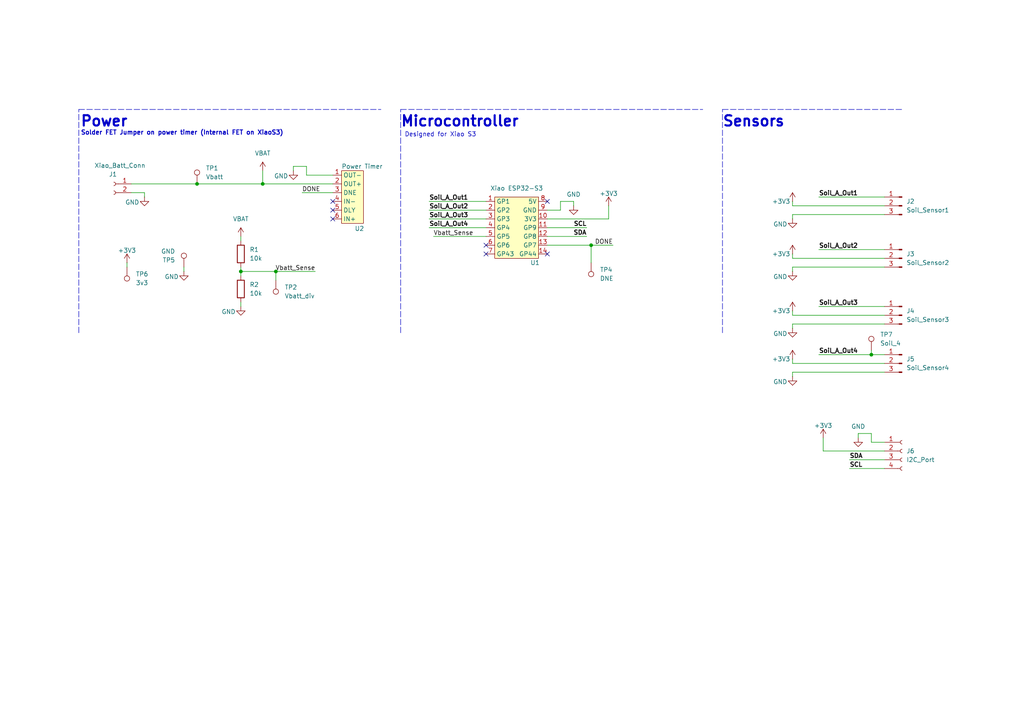
<source format=kicad_sch>
(kicad_sch (version 20231120) (generator "eeschema") (generator_version "8.0")
  (paper "A4")
  (title_block (title "PlantPulse Node") (date "2024-05-06") (rev "V20") (company "Liam Howell"))
  (lib_symbols
    (symbol "Connector:Conn_01x02_Socket" (pin_names (offset 1.016) hide)
      (property "Reference" "J" (at 0 2.54 0))
      (property "Value" "Conn_01x02_Socket" (at 0 -5.08 0))
      (symbol "Conn_01x02_Socket_1_1"
        (arc (start 0 -2.032) (mid -0.5058 -2.54) (end 0 -3.048) (stroke (width 0.1524)))
        (polyline (pts (xy -1.27 -2.54) (xy -0.508 -2.54)) (stroke (width 0.1524)))
        (polyline (pts (xy -1.27 0) (xy -0.508 0)) (stroke (width 0.1524)))
        (arc (start 0 0.508) (mid -0.5058 0) (end 0 -0.508) (stroke (width 0.1524)))
        (pin passive line (at -5.08 0 0) (length 3.81) (name "Pin_1") (number "1"))
        (pin passive line (at -5.08 -2.54 0) (length 3.81) (name "Pin_2") (number "2"))
      )
    )
    (symbol "Connector:Conn_01x03_Pin" (pin_names (offset 1.016) hide)
      (property "Reference" "J" (at 0 5.08 0))
      (property "Value" "Conn_01x03_Pin" (at 0 -5.08 0))
      (symbol "Conn_01x03_Pin_1_1"
        (polyline (pts (xy 1.27 -2.54) (xy 0.8636 -2.54)) (stroke (width 0.1524)))
        (polyline (pts (xy 1.27 0) (xy 0.8636 0)) (stroke (width 0.1524)))
        (polyline (pts (xy 1.27 2.54) (xy 0.8636 2.54)) (stroke (width 0.1524)))
        (rectangle (start 0.8636 -2.413) (end 0 -2.667) (stroke (width 0.1524)) (fill (type outline)))
        (rectangle (start 0.8636 0.127) (end 0 -0.127) (stroke (width 0.1524)) (fill (type outline)))
        (rectangle (start 0.8636 2.667) (end 0 2.413) (stroke (width 0.1524)) (fill (type outline)))
        (pin passive line (at 5.08 2.54 180) (length 3.81) (name "Pin_1") (number "1"))
        (pin passive line (at 5.08 0 180) (length 3.81) (name "Pin_2") (number "2"))
        (pin passive line (at 5.08 -2.54 180) (length 3.81) (name "Pin_3") (number "3"))
      )
    )
    (symbol "Connector:Conn_01x04_Socket" (pin_names (offset 1.016) hide)
      (property "Reference" "J" (at 0 5.08 0))
      (property "Value" "Conn_01x04_Socket" (at 0 -7.62 0))
      (symbol "Conn_01x04_Socket_1_1"
        (arc (start 0 -4.572) (mid -0.5058 -5.08) (end 0 -5.588) (stroke (width 0.1524)))
        (arc (start 0 -2.032) (mid -0.5058 -2.54) (end 0 -3.048) (stroke (width 0.1524)))
        (polyline (pts (xy -1.27 -5.08) (xy -0.508 -5.08)) (stroke (width 0.1524)))
        (polyline (pts (xy -1.27 -2.54) (xy -0.508 -2.54)) (stroke (width 0.1524)))
        (polyline (pts (xy -1.27 0) (xy -0.508 0)) (stroke (width 0.1524)))
        (polyline (pts (xy -1.27 2.54) (xy -0.508 2.54)) (stroke (width 0.1524)))
        (arc (start 0 0.508) (mid -0.5058 0) (end 0 -0.508) (stroke (width 0.1524)))
        (arc (start 0 3.048) (mid -0.5058 2.54) (end 0 2.032) (stroke (width 0.1524)))
        (pin passive line (at -5.08 2.54 0) (length 3.81) (name "Pin_1") (number "1"))
        (pin passive line (at -5.08 0 0) (length 3.81) (name "Pin_2") (number "2"))
        (pin passive line (at -5.08 -2.54 0) (length 3.81) (name "Pin_3") (number "3"))
        (pin passive line (at -5.08 -5.08 0) (length 3.81) (name "Pin_4") (number "4"))
      )
    )
    (symbol "Connector:TestPoint" (pin_numbers hide) (pin_names (offset 0.762) hide)
      (property "Reference" "TP" (at 0 6.858 0))
      (property "Value" "TestPoint" (at 0 5.08 0))
      (symbol "TestPoint_0_1"
        (circle (center 0 3.302) (radius 0.762))
      )
      (symbol "TestPoint_1_1"
        (pin passive line (at 0 0 90) (length 2.54) (name "1") (number "1"))
      )
    )
    (symbol "CoreElectronics_Power-Symbols:VBAT" (power) (pin_names (offset 0))
      (property "Value" "VBAT" (at 0 3.81 0))
      (symbol "VBAT_0_1"
        (polyline (pts (xy -0.762 1.27) (xy 0 2.54)))
        (polyline (pts (xy 0 0) (xy 0 2.54)))
        (polyline (pts (xy 0 2.54) (xy 0.762 1.27)))
      )
      (symbol "VBAT_1_1"
        (pin power_in line (at 0 0 90) (length 0) hide (name "VBAT") (number "1"))
      )
    )
    (symbol "Device:R" (pin_numbers hide) (pin_names (offset 0))
      (property "Reference" "R" (at 2.032 0 90))
      (property "Value" "R" (at 0 0 90))
      (symbol "R_0_1"
        (rectangle (start -1.016 -2.54) (end 1.016 2.54) (stroke (width 0.254)))
      )
      (symbol "R_1_1"
        (pin passive line (at 0 3.81 270) (length 1.27) (name "~") (number "1"))
        (pin passive line (at 0 -3.81 90) (length 1.27) (name "~") (number "2"))
      )
    )
    (symbol "Liam_Generic_symbols:Nano_Power_Timer"
      (property "Reference" "U" (at 0.762 1.016 0))
      (symbol "Nano_Power_Timer_1_1"
        (rectangle (start 0 0) (end 6.35 -15.24) (fill (type background)))
        (pin power_out line (at -2.54 -1.27 0) (length 2.54) (name "OUT-") (number "1"))
        (pin power_out line (at -2.54 -3.81 0) (length 2.54) (name "OUT+") (number "2"))
        (pin input line (at -2.54 -6.35 0) (length 2.54) (name "DNE") (number "3"))
        (pin power_out line (at -2.54 -8.89 0) (length 2.54) (name "IN-") (number "4"))
        (pin input line (at -2.54 -11.43 0) (length 2.54) (name "DLY") (number "5"))
        (pin power_out line (at -2.54 -13.97 0) (length 2.54) (name "IN+") (number "6"))
      )
    )
    (symbol "Liam_Generic_symbols:Xiao_X3_w/_Batt"
      (property "Reference" "U" (at 0.762 1.016 0))
      (symbol "Xiao_X3_w/_Batt_1_1"
        (rectangle (start 0 0) (end 12.7 -17.78) (fill (type background)))
        (pin bidirectional line (at -2.54 -1.27 0) (length 2.54) (name "GP1") (number "1"))
        (pin power_out line (at 15.24 -6.35 180) (length 2.54) (name "3V3") (number "10"))
        (pin bidirectional line (at 15.24 -8.89 180) (length 2.54) (name "GP9") (number "11"))
        (pin bidirectional line (at 15.24 -11.43 180) (length 2.54) (name "GP8") (number "12"))
        (pin bidirectional line (at 15.24 -13.97 180) (length 2.54) (name "GP7") (number "13"))
        (pin bidirectional line (at 15.24 -16.51 180) (length 2.54) (name "GP44") (number "14"))
        (pin bidirectional line (at -2.54 -3.81 0) (length 2.54) (name "GP2") (number "2"))
        (pin bidirectional line (at -2.54 -6.35 0) (length 2.54) (name "GP3") (number "3"))
        (pin bidirectional line (at -2.54 -8.89 0) (length 2.54) (name "GP4") (number "4"))
        (pin bidirectional line (at -2.54 -11.43 0) (length 2.54) (name "GP5") (number "5"))
        (pin bidirectional line (at -2.54 -13.97 0) (length 2.54) (name "GP6") (number "6"))
        (pin bidirectional line (at -2.54 -16.51 0) (length 2.54) (name "GP43") (number "7"))
        (pin power_out line (at 15.24 -1.27 180) (length 2.54) (name "5V") (number "8"))
        (pin power_in line (at 15.24 -3.81 180) (length 2.54) (name "GND") (number "9"))
      )
    )
    (symbol "power:+3V3" (power) (pin_numbers hide) (pin_names (offset 0) hide)
      (property "Value" "+3V3" (at 0 3.556 0))
      (symbol "+3V3_0_1"
        (polyline (pts (xy -0.762 1.27) (xy 0 2.54)))
        (polyline (pts (xy 0 0) (xy 0 2.54)))
        (polyline (pts (xy 0 2.54) (xy 0.762 1.27)))
      )
      (symbol "+3V3_1_1"
        (pin power_in line (at 0 0 90) (length 0) (name "~") (number "1"))
      )
    )
    (symbol "power:GND" (power) (pin_numbers hide) (pin_names (offset 0) hide)
      (property "Value" "GND" (at 0 -3.81 0))
      (symbol "GND_0_1"
        (polyline (pts (xy 0 0) (xy 0 -1.27) (xy 1.27 -1.27) (xy 0 -2.54) (xy -1.27 -1.27) (xy 0 -1.27)))
      )
      (symbol "GND_1_1"
        (pin power_in line (at 0 0 270) (length 0) (name "~") (number "1"))
      )
    )
  )
  (junction (at 57.15 53.34))
  (junction (at 69.85 78.74))
  (junction (at 76.2 53.34))
  (junction (at 171.45 71.12))
  (junction (at 252.73 102.87))
  (junction (at 80.01 78.74))
  (no_connect (at 158.75 58.42))
  (no_connect (at 96.52 63.5))
  (no_connect (at 140.97 71.12))
  (no_connect (at 140.97 73.66))
  (no_connect (at 96.52 58.42))
  (no_connect (at 158.75 73.66))
  (no_connect (at 96.52 60.96))
  (wire (pts (xy 36.83 77.47) (xy 36.83 76.2)))
  (wire (pts (xy 80.01 78.74) (xy 80.01 81.28)))
  (wire (pts (xy 256.54 128.27) (xy 252.73 128.27)))
  (polyline (pts (xy 116.205 96.52) (xy 116.205 31.75)) (stroke (width 0) (type dash)))
  (wire (pts (xy 38.1 55.88) (xy 41.91 55.88)))
  (wire (pts (xy 229.87 107.95) (xy 256.54 107.95)))
  (wire (pts (xy 229.87 59.69) (xy 256.54 59.69)))
  (wire (pts (xy 229.87 74.93) (xy 229.87 73.66)))
  (wire (pts (xy 166.37 58.42) (xy 166.37 59.69)))
  (wire (pts (xy 229.87 91.44) (xy 256.54 91.44)))
  (wire (pts (xy 229.87 105.41) (xy 256.54 105.41)))
  (wire (pts (xy 171.45 71.12) (xy 171.45 76.2)))
  (wire (pts (xy 69.85 78.74) (xy 80.01 78.74)))
  (wire (pts (xy 85.09 48.26) (xy 85.09 49.53)))
  (wire (pts (xy 229.87 107.95) (xy 229.87 109.22)))
  (wire (pts (xy 229.87 91.44) (xy 229.87 90.17)))
  (polyline (pts (xy 209.55 31.75) (xy 261.62 31.75)) (stroke (width 0) (type dash)))
  (wire (pts (xy 124.46 60.96) (xy 140.97 60.96)))
  (wire (pts (xy 158.75 71.12) (xy 171.45 71.12)))
  (wire (pts (xy 38.1 53.34) (xy 57.15 53.34)))
  (wire (pts (xy 176.53 63.5) (xy 176.53 59.69)))
  (wire (pts (xy 238.76 130.81) (xy 238.76 127)))
  (wire (pts (xy 69.85 78.74) (xy 69.85 80.01)))
  (wire (pts (xy 158.75 68.58) (xy 170.18 68.58)))
  (wire (pts (xy 69.85 77.47) (xy 69.85 78.74)))
  (wire (pts (xy 162.56 58.42) (xy 166.37 58.42)))
  (wire (pts (xy 229.87 77.47) (xy 256.54 77.47)))
  (wire (pts (xy 237.49 72.39) (xy 256.54 72.39)))
  (wire (pts (xy 256.54 135.89) (xy 246.38 135.89)))
  (wire (pts (xy 76.2 53.34) (xy 96.52 53.34)))
  (wire (pts (xy 69.85 68.58) (xy 69.85 69.85)))
  (wire (pts (xy 125.73 68.58) (xy 140.97 68.58)))
  (wire (pts (xy 41.91 55.88) (xy 41.91 57.15)))
  (wire (pts (xy 229.87 62.23) (xy 229.87 63.5)))
  (wire (pts (xy 124.46 66.04) (xy 140.97 66.04)))
  (wire (pts (xy 87.63 55.88) (xy 96.52 55.88)))
  (wire (pts (xy 76.2 53.34) (xy 76.2 49.53)))
  (wire (pts (xy 124.46 63.5) (xy 140.97 63.5)))
  (wire (pts (xy 256.54 130.81) (xy 238.76 130.81)))
  (wire (pts (xy 229.87 62.23) (xy 256.54 62.23)))
  (polyline (pts (xy 22.86 31.75) (xy 110.49 31.75)) (stroke (width 0) (type dash)))
  (wire (pts (xy 237.49 57.15) (xy 256.54 57.15)))
  (wire (pts (xy 171.45 71.12) (xy 177.8 71.12)))
  (wire (pts (xy 252.73 101.6) (xy 252.73 102.87)))
  (wire (pts (xy 229.87 105.41) (xy 229.87 104.14)))
  (wire (pts (xy 53.34 77.47) (xy 53.34 78.74)))
  (wire (pts (xy 69.85 87.63) (xy 69.85 88.9)))
  (wire (pts (xy 162.56 60.96) (xy 162.56 58.42)))
  (wire (pts (xy 229.87 93.98) (xy 229.87 95.25)))
  (wire (pts (xy 158.75 63.5) (xy 176.53 63.5)))
  (wire (pts (xy 252.73 125.73) (xy 248.92 125.73)))
  (wire (pts (xy 229.87 77.47) (xy 229.87 78.74)))
  (wire (pts (xy 252.73 128.27) (xy 252.73 125.73)))
  (wire (pts (xy 88.9 48.26) (xy 85.09 48.26)))
  (polyline (pts (xy 116.205 31.75) (xy 203.835 31.75)) (stroke (width 0) (type dash)))
  (wire (pts (xy 229.87 93.98) (xy 256.54 93.98)))
  (wire (pts (xy 57.15 53.34) (xy 76.2 53.34)))
  (wire (pts (xy 88.9 50.8) (xy 88.9 48.26)))
  (wire (pts (xy 96.52 50.8) (xy 88.9 50.8)))
  (wire (pts (xy 124.46 58.42) (xy 140.97 58.42)))
  (polyline (pts (xy 209.55 96.52) (xy 209.55 31.75)) (stroke (width 0) (type dash)))
  (wire (pts (xy 237.49 102.87) (xy 252.73 102.87)))
  (wire (pts (xy 256.54 133.35) (xy 246.38 133.35)))
  (wire (pts (xy 237.49 88.9) (xy 256.54 88.9)))
  (wire (pts (xy 158.75 60.96) (xy 162.56 60.96)))
  (wire (pts (xy 229.87 59.69) (xy 229.87 58.42)))
  (polyline (pts (xy 22.86 96.52) (xy 22.86 31.75)) (stroke (width 0) (type dash)))
  (wire (pts (xy 229.87 74.93) (xy 256.54 74.93)))
  (wire (pts (xy 252.73 102.87) (xy 256.54 102.87)))
  (wire (pts (xy 248.92 125.73) (xy 248.92 127)))
  (wire (pts (xy 80.01 78.74) (xy 91.44 78.74)))
  (wire (pts (xy 158.75 66.04) (xy 170.18 66.04)))
  (text "Power" (at 30.226 35.306 0) (effects (font (size 3 3) (thickness 0.6) (bold yes))))
  (text "Microcontroller" (at 116.078 35.306 0) (effects (font (size 3 3) (thickness 0.6) (bold yes)) (justify left)))
  (text "Solder FET Jumper on power timer (Internal FET on XiaoS3)" (at 52.832 38.608 0) (effects (font (size 1.27 1.27) (bold yes))))
  (text "Sensors" (at 209.423 35.306 0) (effects (font (size 3 3) (thickness 0.6) (bold yes)) (justify left)))
  (text "Designed for Xiao S3" (at 117.348 39.116 0) (effects (font (size 1.27 1.27)) (justify left)))
  (label "SCL" (at 170.18 66.04 180) (effects (font (bold yes))))
  (label "Soil_A_Out1" (at 237.49 57.15 0) (effects (font (bold yes))))
  (label "SDA" (at 246.38 133.35 0) (effects (font (bold yes))))
  (label "Soil_A_Out3" (at 124.46 63.5 0) (effects (font (bold yes))))
  (label "DONE" (at 87.63 55.88 0))
  (label "Vbatt_Sense" (at 91.44 78.74 180))
  (label "Soil_A_Out3" (at 237.49 88.9 0) (effects (font (bold yes))))
  (label "Soil_A_Out2" (at 237.49 72.39 0) (effects (font (bold yes))))
  (label "SCL" (at 246.38 135.89 0) (effects (font (bold yes))))
  (label "DONE" (at 177.8 71.12 180))
  (label "Soil_A_Out1" (at 124.46 58.42 0) (effects (font (bold yes))))
  (label "Soil_A_Out4" (at 124.46 66.04 0) (effects (font (bold yes))))
  (label "Vbatt_Sense" (at 125.73 68.58 0))
  (label "Soil_A_Out2" (at 124.46 60.96 0) (effects (font (bold yes))))
  (label "SDA" (at 170.18 68.58 180) (effects (font (bold yes))))
  (label "Soil_A_Out4" (at 237.49 102.87 0) (effects (font (bold yes))))
  (symbol (lib_id "power:GND") (at 229.87 78.74 0) (unit 1)
    (property "Reference" "#PWR011" (effects (hide yes)))
    (property "Value" "GND" (at 226.314 80.264 0))
    (property "Description" "Power symbol creates a global label with name \"GND\" , ground" (effects (hide yes)))
  )
  (symbol (lib_id "Connector:Conn_01x03_Pin") (at 261.62 59.69 0) (mirror y) (unit 1)
    (property "Reference" "J2" (at 262.89 58.4199 0) (effects (justify right)))
    (property "Value" "Soil_Sensor1" (at 262.89 60.9599 0) (effects (justify right)))
    (property "Footprint" "Connector_PinHeader_2.54mm:PinHeader_1x03_P2.54mm_Vertical" (effects (hide yes)))
    (property "Description" "Generic connector, single row, 01x03, script generated" (effects (hide yes)))
  )
  (symbol (lib_id "power:GND") (at 53.34 78.74 0) (unit 1)
    (property "Reference" "#PWR018" (effects (hide yes)))
    (property "Value" "GND" (at 49.784 80.264 0))
    (property "Description" "Power symbol creates a global label with name \"GND\" , ground" (effects (hide yes)))
  )
  (symbol (lib_id "Connector:Conn_01x02_Socket") (at 33.02 53.34 0) (mirror y) (unit 1)
    (property "Reference" "J1" (at 32.766 50.546 0))
    (property "Value" "Xiao_Batt_Conn" (at 34.798 48.006 0))
    (property "Footprint" "Connector_PinSocket_2.54mm:PinSocket_1x02_P2.54mm_Horizontal" (effects (hide yes)))
    (property "Description" "Generic connector, single row, 01x02, script generated" (effects (hide yes)))
  )
  (symbol (lib_id "Liam_Generic_symbols:Xiao_X3_w/_Batt") (at 143.51 57.15 0) (unit 1)
    (property "Reference" "U1" (at 155.194 76.2 0))
    (property "Value" "Xiao ESP32-S3" (at 149.86 54.61 0))
    (property "Footprint" "Footprints-General:Xiao-S3" (effects (hide yes)))
  )
  (symbol (lib_id "power:GND") (at 248.92 127 0) (unit 1)
    (property "Reference" "#PWR016" (effects (hide yes)))
    (property "Value" "GND" (at 248.92 123.698 0))
    (property "Description" "Power symbol creates a global label with name \"GND\" , ground" (effects (hide yes)))
  )
  (symbol (lib_id "Device:R") (at 69.85 83.82 0) (unit 1)
    (property "Reference" "R2" (at 72.39 82.5499 0) (effects (justify left)))
    (property "Value" "10k" (at 72.39 85.0899 0) (effects (justify left)))
    (property "Footprint" "Resistor_THT:R_Axial_DIN0207_L6.3mm_D2.5mm_P7.62mm_Horizontal" (effects (hide yes)))
    (property "Description" "Resistor" (effects (hide yes)))
  )
  (symbol (lib_id "Connector:Conn_01x03_Pin") (at 261.62 74.93 0) (mirror y) (unit 1)
    (property "Reference" "J3" (at 262.89 73.6599 0) (effects (justify right)))
    (property "Value" "Soil_Sensor2" (at 262.89 76.1999 0) (effects (justify right)))
    (property "Footprint" "Connector_PinHeader_2.54mm:PinHeader_1x03_P2.54mm_Vertical" (effects (hide yes)))
    (property "Description" "Generic connector, single row, 01x03, script generated" (effects (hide yes)))
  )
  (symbol (lib_id "power:GND") (at 85.09 49.53 0) (unit 1)
    (property "Reference" "#PWR02" (effects (hide yes)))
    (property "Value" "GND" (at 81.534 51.054 0))
    (property "Description" "Power symbol creates a global label with name \"GND\" , ground" (effects (hide yes)))
  )
  (symbol (lib_id "power:+3V3") (at 238.76 127 0) (mirror y) (unit 1)
    (property "Reference" "#PWR017" (effects (hide yes)))
    (property "Value" "+3V3" (at 238.76 123.444 0))
    (property "Description" "Power symbol creates a global label with name \"+3V3\"" (effects (hide yes)))
  )
  (symbol (lib_id "power:+3V3") (at 229.87 58.42 0) (mirror y) (unit 1)
    (property "Reference" "#PWR09" (effects (hide yes)))
    (property "Value" "+3V3" (at 226.568 58.42 0))
    (property "Description" "Power symbol creates a global label with name \"+3V3\"" (effects (hide yes)))
  )
  (symbol (lib_id "power:GND") (at 41.91 57.15 0) (unit 1)
    (property "Reference" "#PWR03" (effects (hide yes)))
    (property "Value" "GND" (at 38.354 58.674 0))
    (property "Description" "Power symbol creates a global label with name \"GND\" , ground" (effects (hide yes)))
  )
  (symbol (lib_id "power:GND") (at 69.85 88.9 0) (unit 1)
    (property "Reference" "#PWR05" (effects (hide yes)))
    (property "Value" "GND" (at 66.294 90.424 0))
    (property "Description" "Power symbol creates a global label with name \"GND\" , ground" (effects (hide yes)))
  )
  (symbol (lib_id "CoreElectronics_Power-Symbols:VBAT") (at 69.85 68.58 0) (unit 1)
    (property "Reference" "#PWR04" (effects (hide yes)))
    (property "Value" "VBAT" (at 69.85 63.5 0))
    (property "Description" "Power symbol creates a global label with name \"VBAT\"" (effects (hide yes)))
  )
  (symbol (lib_id "power:GND") (at 229.87 95.25 0) (unit 1)
    (property "Reference" "#PWR013" (effects (hide yes)))
    (property "Value" "GND" (at 226.314 96.774 0))
    (property "Description" "Power symbol creates a global label with name \"GND\" , ground" (effects (hide yes)))
  )
  (symbol (lib_id "Connector:TestPoint") (at 252.73 101.6 0) (unit 1)
    (property "Reference" "TP7" (at 255.27 97.0279 0) (effects (justify left)))
    (property "Value" "Soil_4" (at 255.27 99.568 0) (effects (justify left)))
    (property "Footprint" "TestPoint:TestPoint_THTPad_D1.5mm_Drill0.7mm" (effects (hide yes)))
    (property "Description" "test point" (effects (hide yes)))
  )
  (symbol (lib_id "Connector:Conn_01x04_Socket") (at 261.62 130.81 0) (unit 1)
    (property "Reference" "J6" (at 262.89 130.8099 0) (effects (justify left)))
    (property "Value" "I2C_Port" (at 262.89 133.3499 0) (effects (justify left)))
    (property "Footprint" "Connector_PinSocket_2.54mm:PinSocket_1x04_P2.54mm_Vertical" (effects (hide yes)))
    (property "Description" "Generic connector, single row, 01x04, script generated" (effects (hide yes)))
  )
  (symbol (lib_id "power:+3V3") (at 229.87 90.17 0) (mirror y) (unit 1)
    (property "Reference" "#PWR012" (effects (hide yes)))
    (property "Value" "+3V3" (at 226.568 90.17 0))
    (property "Description" "Power symbol creates a global label with name \"+3V3\"" (effects (hide yes)))
  )
  (symbol (lib_id "power:+3V3") (at 229.87 104.14 0) (mirror y) (unit 1)
    (property "Reference" "#PWR014" (effects (hide yes)))
    (property "Value" "+3V3" (at 226.568 104.14 0))
    (property "Description" "Power symbol creates a global label with name \"+3V3\"" (effects (hide yes)))
  )
  (symbol (lib_id "Connector:TestPoint") (at 57.15 53.34 0) (unit 1)
    (property "Reference" "TP1" (at 59.69 48.7679 0) (effects (justify left)))
    (property "Value" "Vbatt" (at 59.69 51.3079 0) (effects (justify left)))
    (property "Footprint" "TestPoint:TestPoint_THTPad_D1.5mm_Drill0.7mm" (effects (hide yes)))
    (property "Description" "test point" (effects (hide yes)))
  )
  (symbol (lib_id "Connector:TestPoint") (at 80.01 81.28 180) (unit 1)
    (property "Reference" "TP2" (at 82.55 83.3119 0) (effects (justify right)))
    (property "Value" "Vbatt_div" (at 82.55 85.8519 0) (effects (justify right)))
    (property "Footprint" "TestPoint:TestPoint_THTPad_D1.5mm_Drill0.7mm" (effects (hide yes)))
    (property "Description" "test point" (effects (hide yes)))
  )
  (symbol (lib_id "Connector:TestPoint") (at 36.83 77.47 180) (unit 1)
    (property "Reference" "TP6" (at 39.37 79.5019 0) (effects (justify right)))
    (property "Value" "3v3" (at 39.37 82.0419 0) (effects (justify right)))
    (property "Footprint" "TestPoint:TestPoint_THTPad_D1.5mm_Drill0.7mm" (effects (hide yes)))
    (property "Description" "test point" (effects (hide yes)))
  )
  (symbol (lib_id "Connector:Conn_01x03_Pin") (at 261.62 91.44 0) (mirror y) (unit 1)
    (property "Reference" "J4" (at 262.89 90.1699 0) (effects (justify right)))
    (property "Value" "Soil_Sensor3" (at 262.89 92.7099 0) (effects (justify right)))
    (property "Footprint" "Connector_PinHeader_2.54mm:PinHeader_1x03_P2.54mm_Vertical" (effects (hide yes)))
    (property "Description" "Generic connector, single row, 01x03, script generated" (effects (hide yes)))
  )
  (symbol (lib_id "CoreElectronics_Power-Symbols:VBAT") (at 76.2 49.53 0) (unit 1)
    (property "Reference" "#PWR01" (effects (hide yes)))
    (property "Value" "VBAT" (at 76.2 44.45 0))
    (property "Description" "Power symbol creates a global label with name \"VBAT\"" (effects (hide yes)))
  )
  (symbol (lib_id "power:+3V3") (at 36.83 76.2 0) (unit 1)
    (property "Reference" "#PWR020" (effects (hide yes)))
    (property "Value" "+3V3" (at 36.83 72.644 0))
    (property "Description" "Power symbol creates a global label with name \"+3V3\"" (effects (hide yes)))
  )
  (symbol (lib_id "Liam_Generic_symbols:Nano_Power_Timer") (at 99.06 49.53 0) (unit 1)
    (property "Reference" "U2" (at 102.87 66.294 0) (effects (justify left)))
    (property "Value" "Power Timer" (at 99.06 48.26 0) (effects (justify left)))
    (property "Footprint" "Footprints-General:Nano Power Timer" (effects (hide yes)))
  )
  (symbol (lib_id "power:GND") (at 166.37 59.69 0) (mirror y) (unit 1)
    (property "Reference" "#PWR07" (effects (hide yes)))
    (property "Value" "GND" (at 166.37 56.388 0))
    (property "Description" "Power symbol creates a global label with name \"GND\" , ground" (effects (hide yes)))
  )
  (symbol (lib_id "power:GND") (at 229.87 63.5 0) (unit 1)
    (property "Reference" "#PWR08" (effects (hide yes)))
    (property "Value" "GND" (at 226.314 65.024 0))
    (property "Description" "Power symbol creates a global label with name \"GND\" , ground" (effects (hide yes)))
  )
  (symbol (lib_id "power:GND") (at 229.87 109.22 0) (unit 1)
    (property "Reference" "#PWR015" (effects (hide yes)))
    (property "Value" "GND" (at 226.314 110.744 0))
    (property "Description" "Power symbol creates a global label with name \"GND\" , ground" (effects (hide yes)))
  )
  (symbol (lib_id "Connector:Conn_01x03_Pin") (at 261.62 105.41 0) (mirror y) (unit 1)
    (property "Reference" "J5" (at 262.89 104.1399 0) (effects (justify right)))
    (property "Value" "Soil_Sensor4" (at 262.89 106.6799 0) (effects (justify right)))
    (property "Footprint" "Connector_PinHeader_2.54mm:PinHeader_1x03_P2.54mm_Vertical" (effects (hide yes)))
    (property "Description" "Generic connector, single row, 01x03, script generated" (effects (hide yes)))
  )
  (symbol (lib_id "power:+3V3") (at 176.53 59.69 0) (unit 1)
    (property "Reference" "#PWR06" (effects (hide yes)))
    (property "Value" "+3V3" (at 176.53 56.134 0))
    (property "Description" "Power symbol creates a global label with name \"+3V3\"" (effects (hide yes)))
  )
  (symbol (lib_id "Connector:TestPoint") (at 171.45 76.2 180) (unit 1)
    (property "Reference" "TP4" (at 173.99 78.2319 0) (effects (justify right)))
    (property "Value" "DNE" (at 173.99 80.7719 0) (effects (justify right)))
    (property "Footprint" "TestPoint:TestPoint_THTPad_D1.5mm_Drill0.7mm" (effects (hide yes)))
    (property "Description" "test point" (effects (hide yes)))
  )
  (symbol (lib_id "Connector:TestPoint") (at 53.34 77.47 0) (unit 1)
    (property "Reference" "TP5" (at 50.8 75.4381 0) (effects (justify right)))
    (property "Value" "GND" (at 50.8 72.8981 0) (effects (justify right)))
    (property "Footprint" "TestPoint:TestPoint_THTPad_D1.5mm_Drill0.7mm" (effects (hide yes)))
    (property "Description" "test point" (effects (hide yes)))
  )
  (symbol (lib_id "power:+3V3") (at 229.87 73.66 0) (mirror y) (unit 1)
    (property "Reference" "#PWR010" (effects (hide yes)))
    (property "Value" "+3V3" (at 226.568 73.66 0))
    (property "Description" "Power symbol creates a global label with name \"+3V3\"" (effects (hide yes)))
  )
  (symbol (lib_id "Device:R") (at 69.85 73.66 0) (unit 1)
    (property "Reference" "R1" (at 72.39 72.3899 0) (effects (justify left)))
    (property "Value" "10k" (at 72.39 74.9299 0) (effects (justify left)))
    (property "Footprint" "Resistor_THT:R_Axial_DIN0207_L6.3mm_D2.5mm_P7.62mm_Horizontal" (effects (hide yes)))
    (property "Description" "Resistor" (effects (hide yes)))
  )
)
</source>
